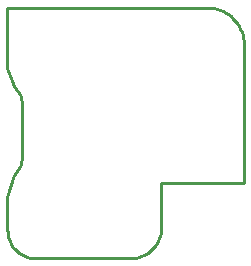
<source format=gbr>
G04 EAGLE Gerber RS-274X export*
G75*
%MOMM*%
%FSLAX34Y34*%
%LPD*%
%IN*%
%IPPOS*%
%AMOC8*
5,1,8,0,0,1.08239X$1,22.5*%
G01*
%ADD10C,0.254000*%


D10*
X762Y25654D02*
X796Y23604D01*
X1009Y21565D01*
X1398Y19551D01*
X1962Y17580D01*
X2695Y15665D01*
X3592Y13821D01*
X4647Y12063D01*
X5851Y10403D01*
X7195Y8855D01*
X8668Y7429D01*
X10261Y6137D01*
X11960Y4989D01*
X13752Y3994D01*
X15625Y3158D01*
X17563Y2489D01*
X19552Y1991D01*
X21577Y1669D01*
X23622Y1524D01*
X105410Y1524D01*
X107624Y1621D01*
X109821Y1910D01*
X111984Y2389D01*
X114097Y3056D01*
X116145Y3904D01*
X118110Y4927D01*
X119979Y6118D01*
X121737Y7466D01*
X123371Y8964D01*
X124868Y10597D01*
X126216Y12355D01*
X127407Y14224D01*
X128430Y16190D01*
X129278Y18237D01*
X129945Y20350D01*
X130424Y22513D01*
X130713Y24710D01*
X130810Y26924D01*
X130810Y65024D01*
X200660Y65024D01*
X200660Y185420D01*
X200323Y188067D01*
X199756Y190674D01*
X198964Y193222D01*
X197953Y195692D01*
X196731Y198063D01*
X195306Y200320D01*
X193691Y202443D01*
X191896Y204418D01*
X189937Y206229D01*
X187826Y207862D01*
X185582Y209305D01*
X183220Y210546D01*
X180759Y211578D01*
X178218Y212391D01*
X175615Y212979D01*
X172971Y213338D01*
X170306Y213465D01*
X167640Y213360D01*
X762Y213614D01*
X762Y162814D01*
X6023Y147394D01*
X6023Y147393D01*
X7520Y145760D01*
X8868Y144002D01*
X10059Y142133D01*
X11082Y140167D01*
X11930Y138120D01*
X12597Y136007D01*
X13076Y133844D01*
X13365Y131647D01*
X13462Y129433D01*
X13462Y89515D01*
X13365Y87301D01*
X13076Y85104D01*
X12597Y82941D01*
X11930Y80828D01*
X11082Y78781D01*
X10059Y76815D01*
X8868Y74946D01*
X7520Y73188D01*
X6023Y71555D01*
X762Y53594D01*
X762Y25654D01*
M02*

</source>
